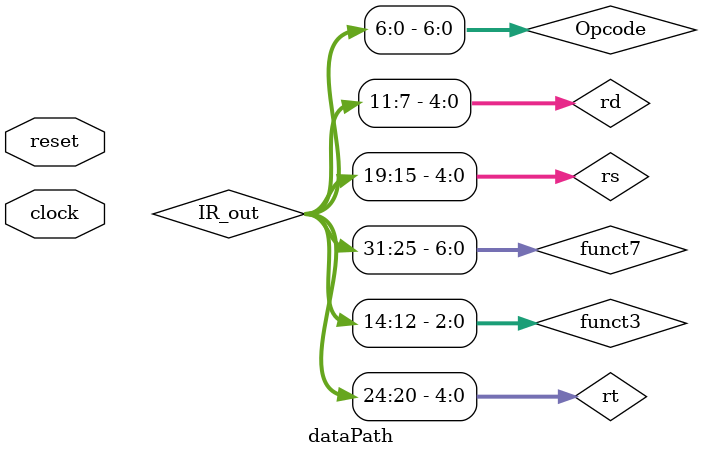
<source format=v>
/************************************************************************/
/* Team Number :        12                                              */
/* Name:                ID:      	serial # :                          */
/* Issa Qandah          2036177         11                              */
/* Hassan TaqiEddin     2036057         18                              */
/* Thaer Eid            2035027         31                              */
/************************************************************************/
module dataPath ( clock, reset );
	
	/* INPUTS */
	
	// Clock and reset signals 
	input clock, reset;
	// Enable signals for special registers ( IR, A, B, MA)
	wire ldIR, ldA, ldB, ldMA;
	// General enbles for memory and register file  
	wire enReg, enMem;
	// Enables for the buffers to manage writing on the bus
	wire enALU, enImm;
	// Write enable signals for memory and register file
	wire RegWrt, MemWrt;
	// 3 bit selector for register file address mux
	wire [2:0]RegSel;
	// 4 bit selector signal to select the alu operation
	wire [3:0] ALUOp;
	// 2 bit signal so select the desired extended immediate
	wire [1:0] ExSel;
	
	/* OUTPUTS */
	
	// 7 bits opcode
	wire [6:0] Opcode;
	// 1 bit zero and busy signal
	wire zero, busy;
	// function 3 
	wire [2:0] funct3;
	// function 7
	wire [6:0] funct7;
	
	/* WIRES */
	
	// 32 bit Shared Bus
	wire [31:0] sharedBus;
	// 32 bit outputs of registers A and B (inputs to ALU)
	wire [31:0] A_out, B_out;
	// 32 bit output of the IR register (input to immGen)
	wire [31:0] IR_out;
	// 32 bit output of the MA register (input to memory as address)
	wire [31:0] MA_out;
	// 6 bit address , output of the register file  address mux , input to registers file as address 
	wire [5:0] RF_addr;
	// 5 bits register addresses , rs, rt, rd  (inputs to register file  address mux) 
	wire [4:0] rs, rt, rd ;
	// 32 bit outputs and inputs of memory and register file	
	wire [31:0] regFileIO ,memIO;
	// 32 bit outputs of immGen and ALU
	wire [31:0] Immout, aluOut;
	
	/* extracting rs, rt, rd, funct3 and funct7 from IR */
	assign rs = IR_out[19:15];
	assign rt = IR_out[24:20];
	assign rd = IR_out[11:7];
	assign funct3 = IR_out[14:12];
	assign funct7 = IR_out[31:25]; 
	assign Opcode = IR_out[6:0];

	// Instruction Register IR
	register _IR ( .in(sharedBus), .reset(reset), .en(ldIR), .clk(clock), .R(IR_out));
	// Register A
	register _A  ( .in(sharedBus), .reset(reset), .en(ldA),  .clk(clock), .R(A_out));
	// Register B
	register _B  ( .in(sharedBus), .reset(reset), .en(ldB),  .clk(clock), .R(B_out));
	// Memory Address Register
	register _MA ( .in(sharedBus), .reset(reset), .en(ldMA), .clk(clock), .R(MA_out));
	// Inistantiate the Alu 
	ALU alu ( .op1(A_out), .op2(B_out), .ALUOP(ALUOp), .data(aluOut), .zero(zero) );
	// Inistantiate the register file  address mux  
	mux_8x1 mx (.r0({1'b0,rs}) , .r1({1'b0,rt}), .r2({1'b0,rd}), .r3(6'd31), .r4(6'd32), .out(RF_addr), .s(RegSel));
	// Inistantiate the Register File 
	registerFile RF ( .addr(RF_addr), .data(regFileIO), .RegWrt(RegWrt), .enReg(enReg), .clock(clock), .reset(reset));
	// Inistantiate the Memory 
	Memory mem ( .addr(MA_out), .data(memIO), .MemWrt(MemWrt), .enMem(enMem), .clock(clock), .Busy(busy));
	// Inistantiate the Sign Extender
	ImmGen SE (.Data(IR_out), .ImmSel(ExSel), .Immout(Immout) );
	
	// in case of write to register file 
	// if (register file is activated and operation is write ) then: write value of the shared bus to regFileIO
	// else : assign it with Z value to allow register file write on it in case of Read operation from register file
	assign regFileIO = (enReg && RegWrt)? sharedBus:32'bZ;
	// in case of write to memory 
	// if ( memory is activated and operation is write ) then: write value of the shared bus to memIO
	// else : assign it with Z value to allow memory to write on it in case of Read operation from memory
	assign memIO = (enMem && MemWrt)? sharedBus:32'bZ;
	// Shared Bus
	assign sharedBus = (enImm) ? Immout:
					   (enALU) ? aluOut:
					   (enReg && ~RegWrt)? regFileIO:
					   (enMem && ~MemWrt)? memIO:
					    32'bz;
	// Micro Coded Control Unit
	microCodedControlUnit cu(clock, reset, Opcode, zero, busy, funct3, funct7, 
							ldIR, ldA, ldB, ldMA, enReg, enMem, enALU, enImm, RegWrt, MemWrt, RegSel, ALUOp, ExSel);
endmodule






















</source>
